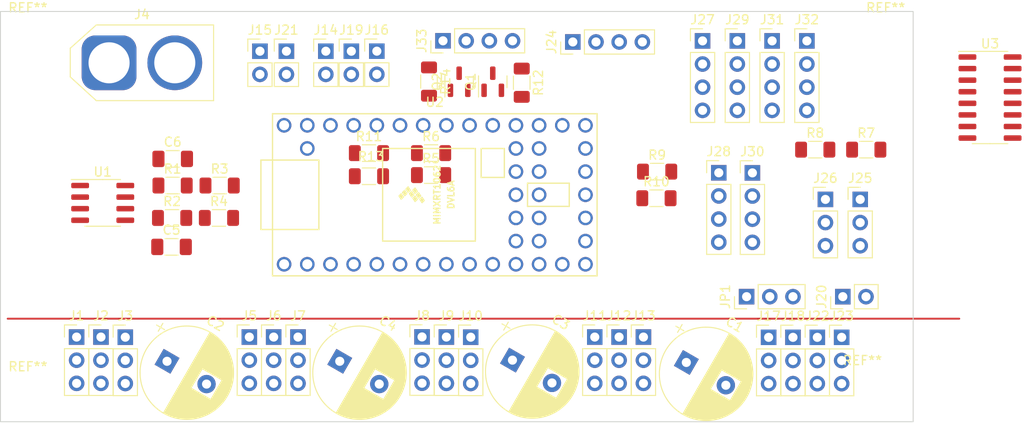
<source format=kicad_pcb>
(kicad_pcb (version 20211014) (generator pcbnew)
  (layers (0 "F.Cu" signal) (31 "B.Cu" signal) (34 "B.Paste" user) (35 "F.Paste" user) (36 "B.SilkS" user "B.Silkscreen") (37 "F.SilkS" user "F.Silkscreen") (38 "B.Mask" user) (39 "F.Mask" user) (44 "Edge.Cuts" user))
  (net 0 "")
  (net 1 "+BATT")
  (net 2 "M1")
  (net 3 "GND")
  (net 4 "M2")
  (net 5 "M3")
  (net 6 "M4")
  (net 7 "M5")
  (net 8 "M6")
  (net 9 "M7")
  (net 10 "M8")
  (net 11 "M9")
  (net 12 "M10")
  (net 13 "M11")
  (net 14 "M12")
  (net 15 "+5V")
  (net 16 "+AUX")
  (net 17 "AUX_M1")
  (net 18 "+3V3")
  (net 19 "SDA1")
  (net 20 "SDL1")
  (net 21 "Net-(J25-Pad2)")
  (net 22 "Net-(J26-Pad2)")
  (net 23 "Net-(J27-Pad2)")
  (net 24 "SW1")
  (net 25 "Net-(J29-Pad2)")
  (net 26 "SW2")
  (net 27 "Net-(J31-Pad2)")
  (net 28 "SW3")
  (net 29 "Net-(J32-Pad2)")
  (net 30 "SW4")
  (net 31 "Net-(J33-Pad2)")
  (net 32 "Net-(J33-Pad3)")
  (net 33 "RX")
  (net 34 "TX")
  (net 35 "Net-(R2-Pad1)")
  (net 51 "Net-(C5-Pad1)")
  (net 52 "Net-(J17-Pad1)")
  (net 53 "AUX_M2")
  (net 54 "AUX_M3")
  (net 55 "AUX_M4")
  (net 56 "SDA0")
  (net 57 "Net-(J4-Pad1)")
  (net 58 "VSENSE")
  (net 59 "CSENSE")
  (net 60 "SCL0")
  (net 61 "NEO1")
  (net 62 "NEO2")
  (net 63 "OUT1")
  (net 64 "OUT2")
  (net 65 "OUT3")
  (net 66 "OUT4")
  (footprint "Connector_PinHeader_2.54mm:PinHeader_1x03_P2.54mm_Vertical" (layer "F.Cu") (at 156.21 82.804 90)
    (fp_text reference "JP1" (at 0 -2.33 90) (layer "F.SilkS"))
    (fp_text value "Jumper_3_Open" hide)
    (pad "1" thru_hole rect (at 0 0 90) (size 1.7 1.7) (drill 1) (layers *.Cu *.Mask) (net 1 "+BATT"))
    (pad "2" thru_hole oval (at 0 2.54 90) (size 1.7 1.7) (drill 1) (layers *.Cu *.Mask) (net 52 "Net-(J17-Pad1)"))
    (pad "3" thru_hole oval (at 0 5.08 90) (size 1.7 1.7) (drill 1) (layers *.Cu *.Mask) (net 16 "+AUX"))
  )
  (footprint "Package_SO:SOIC-16_3.9x9.9mm_P1.27mm" (layer "F.Cu") (at 182.88 60.96)
    (fp_text reference "U3" (at 0 -5.9) (layer "F.SilkS"))
    (fp_text value "ULN2003")
    (pad "1" smd roundrect (at -2.475 -4.445) (size 1.95 0.6) (layers "F.Cu" "F.Paste" "F.Mask") (net 63 "OUT1"))
    (pad "2" smd roundrect (at -2.475 -3.175) (size 1.95 0.6) (layers "F.Cu" "F.Paste" "F.Mask") (net 64 "OUT2"))
    (pad "3" smd roundrect (at -2.475 -1.905) (size 1.95 0.6) (layers "F.Cu" "F.Paste" "F.Mask") (net 65 "OUT3"))
    (pad "4" smd roundrect (at -2.475 -0.635) (size 1.95 0.6) (layers "F.Cu" "F.Paste" "F.Mask") (net 66 "OUT4"))
    (pad "5" smd roundrect (at -2.475 0.635) (size 1.95 0.6) (layers "F.Cu" "F.Paste" "F.Mask") (net 3 "GND"))
    (pad "6" smd roundrect (at -2.475 1.905) (size 1.95 0.6) (layers "F.Cu" "F.Paste" "F.Mask") (net 3 "GND"))
    (pad "7" smd roundrect (at -2.475 3.175) (size 1.95 0.6) (layers "F.Cu" "F.Paste" "F.Mask") (net 3 "GND"))
    (pad "8" smd roundrect (at -2.475 4.445) (size 1.95 0.6) (layers "F.Cu" "F.Paste" "F.Mask") (net 3 "GND"))
    (pad "9" smd roundrect (at 2.475 4.445) (size 1.95 0.6) (layers "F.Cu" "F.Paste" "F.Mask"))
    (pad "10" smd roundrect (at 2.475 3.175) (size 1.95 0.6) (layers "F.Cu" "F.Paste" "F.Mask"))
    (pad "11" smd roundrect (at 2.475 1.905) (size 1.95 0.6) (layers "F.Cu" "F.Paste" "F.Mask"))
    (pad "12" smd roundrect (at 2.475 0.635) (size 1.95 0.6) (layers "F.Cu" "F.Paste" "F.Mask"))
    (pad "13" smd roundrect (at 2.475 -0.635) (size 1.95 0.6) (layers "F.Cu" "F.Paste" "F.Mask") (net 29 "Net-(J32-Pad2)"))
    (pad "14" smd roundrect (at 2.475 -1.905) (size 1.95 0.6) (layers "F.Cu" "F.Paste" "F.Mask") (net 27 "Net-(J31-Pad2)"))
    (pad "15" smd roundrect (at 2.475 -3.175) (size 1.95 0.6) (layers "F.Cu" "F.Paste" "F.Mask") (net 25 "Net-(J29-Pad2)"))
    (pad "16" smd roundrect (at 2.475 -4.445) (size 1.95 0.6) (layers "F.Cu" "F.Paste" "F.Mask") (net 23 "Net-(J27-Pad2)"))
  )
  (footprint "Package_SO:SOIC-8_3.9x4.9mm_P1.27mm" (layer "F.Cu") (at 85.663 72.517)
    (fp_text reference "U1" (at 0 -3.4) (layer "F.SilkS"))
    (fp_text value "ACS712xLCTR-20A" hide)
    (pad "1" smd roundrect (at -2.475 -1.905) (size 1.95 0.6) (layers "F.Cu" "F.Paste" "F.Mask") (net 57 "Net-(J4-Pad1)"))
    (pad "2" smd roundrect (at -2.475 -0.635) (size 1.95 0.6) (layers "F.Cu" "F.Paste" "F.Mask") (net 57 "Net-(J4-Pad1)"))
    (pad "3" smd roundrect (at -2.475 0.635) (size 1.95 0.6) (layers "F.Cu" "F.Paste" "F.Mask") (net 1 "+BATT"))
    (pad "4" smd roundrect (at -2.475 1.905) (size 1.95 0.6) (layers "F.Cu" "F.Paste" "F.Mask") (net 1 "+BATT"))
    (pad "5" smd roundrect (at 2.475 1.905) (size 1.95 0.6) (layers "F.Cu" "F.Paste" "F.Mask") (net 3 "GND"))
    (pad "6" smd roundrect (at 2.475 0.635) (size 1.95 0.6) (layers "F.Cu" "F.Paste" "F.Mask") (net 51 "Net-(C5-Pad1)"))
    (pad "7" smd roundrect (at 2.475 -0.635) (size 1.95 0.6) (layers "F.Cu" "F.Paste" "F.Mask") (net 35 "Net-(R2-Pad1)"))
    (pad "8" smd roundrect (at 2.475 -1.905) (size 1.95 0.6) (layers "F.Cu" "F.Paste" "F.Mask") (net 15 "+5V"))
  )
  (footprint "Connector_PinHeader_2.54mm:PinHeader_1x04_P2.54mm_Vertical" (layer "F.Cu") (at 155.194 54.747)
    (fp_text reference "J29" (at 0 -2.33) (layer "F.SilkS"))
    (fp_text value "Conn_01x04" hide)
    (pad "1" thru_hole rect (at 0 0) (size 1.7 1.7) (drill 1) (layers *.Cu *.Mask) (net 18 "+3V3"))
    (pad "2" thru_hole oval (at 0 2.54) (size 1.7 1.7) (drill 1) (layers *.Cu *.Mask) (net 25 "Net-(J29-Pad2)"))
    (pad "3" thru_hole oval (at 0 5.08) (size 1.7 1.7) (drill 1) (layers *.Cu *.Mask) (net 26 "SW2"))
    (pad "4" thru_hole oval (at 0 7.62) (size 1.7 1.7) (drill 1) (layers *.Cu *.Mask) (net 3 "GND"))
  )
  (footprint "Connector_AMASS:AMASS_XT60-F_1x02_P7.20mm_Vertical" (layer "F.Cu") (at 86.36 57.15)
    (fp_text reference "J4" (at 3.6 -5.3 180) (layer "F.SilkS"))
    (fp_text value "Conn_01x02" hide)
    (pad "1" thru_hole roundrect (at 0 0) (size 6 6) (drill 4.5) (layers *.Cu *.Mask) (net 57 "Net-(J4-Pad1)"))
    (pad "2" thru_hole circle (at 7.2 0) (size 6 6) (drill 4.5) (layers *.Cu *.Mask) (net 3 "GND"))
  )
  (footprint "Connector_PinHeader_2.54mm:PinHeader_1x03_P2.54mm_Vertical" (layer "F.Cu") (at 123.317 87.234)
    (fp_text reference "J9" (at 0 -2.33) (layer "F.SilkS"))
    (fp_text value "Conn_01x03" hide)
    (pad "1" thru_hole rect (at 0 0) (size 1.7 1.7) (drill 1) (layers *.Cu *.Mask) (net 10 "M8"))
    (pad "2" thru_hole oval (at 0 2.54) (size 1.7 1.7) (drill 1) (layers *.Cu *.Mask) (net 1 "+BATT"))
    (pad "3" thru_hole oval (at 0 5.08) (size 1.7 1.7) (drill 1) (layers *.Cu *.Mask) (net 3 "GND"))
  )
  (footprint "Connector_PinHeader_2.54mm:PinHeader_1x04_P2.54mm_Vertical" (layer "F.Cu") (at 122.946 54.737 90)
    (fp_text reference "J33" (at 0 -2.33 90) (layer "F.SilkS"))
    (fp_text value "Conn_01x04" hide)
    (pad "1" thru_hole rect (at 0 0 90) (size 1.7 1.7) (drill 1) (layers *.Cu *.Mask) (net 15 "+5V"))
    (pad "2" thru_hole oval (at 0 2.54 90) (size 1.7 1.7) (drill 1) (layers *.Cu *.Mask) (net 31 "Net-(J33-Pad2)"))
    (pad "3" thru_hole oval (at 0 5.08 90) (size 1.7 1.7) (drill 1) (layers *.Cu *.Mask) (net 32 "Net-(J33-Pad3)"))
    (pad "4" thru_hole oval (at 0 7.62 90) (size 1.7 1.7) (drill 1) (layers *.Cu *.Mask) (net 3 "GND"))
  )
  (footprint "Resistor_SMD:R_1206_3216Metric_Pad1.30x1.75mm_HandSolder" (layer "F.Cu") (at 131.572 59.335 -90)
    (fp_text reference "R12" (at 0 -1.82 90) (layer "F.SilkS"))
    (fp_text value "10k" hide)
    (pad "1" smd roundrect (at -1.55 0 270) (size 1.3 1.75) (layers "F.Cu" "F.Paste" "F.Mask") (roundrect_rratio 0.192308) (net 15 "+5V"))
    (pad "2" smd roundrect (at 1.55 0 270) (size 1.3 1.75) (layers "F.Cu" "F.Paste" "F.Mask") (roundrect_rratio 0.192308) (net 32 "Net-(J33-Pad3)"))
  )
  (footprint "MountingHole:MountingHole_2.5mm" (layer "F.Cu") (at 171.45 54.61)
    (fp_text reference "REF**" (at 0 -3.5) (layer "F.SilkS"))
    (fp_text value "MountingHole_2.5mm" hide)
    (pad "" np_thru_hole circle locked (at 0 0) (size 2.5 2.5) (drill 2.5) (layers *.Cu *.Mask))
  )
  (footprint "Connector_PinHeader_2.54mm:PinHeader_1x03_P2.54mm_Vertical" (layer "F.Cu") (at 163.957 87.264)
    (fp_text reference "J22" (at 0 -2.33) (layer "F.SilkS"))
    (fp_text value "Conn_01x03" hide)
    (pad "1" thru_hole rect (at 0 0) (size 1.7 1.7) (drill 1) (layers *.Cu *.Mask) (net 52 "Net-(J17-Pad1)"))
    (pad "2" thru_hole oval (at 0 2.54) (size 1.7 1.7) (drill 1) (layers *.Cu *.Mask) (net 54 "AUX_M3"))
    (pad "3" thru_hole oval (at 0 5.08) (size 1.7 1.7) (drill 1) (layers *.Cu *.Mask) (net 3 "GND"))
  )
  (footprint "Connector_PinHeader_2.54mm:PinHeader_1x03_P2.54mm_Vertical" (layer "F.Cu") (at 107.061 87.234)
    (fp_text reference "J7" (at 0 -2.33) (layer "F.SilkS"))
    (fp_text value "Conn_01x03" hide)
    (pad "1" thru_hole rect (at 0 0) (size 1.7 1.7) (drill 1) (layers *.Cu *.Mask) (net 8 "M6"))
    (pad "2" thru_hole oval (at 0 2.54) (size 1.7 1.7) (drill 1) (layers *.Cu *.Mask) (net 1 "+BATT"))
    (pad "3" thru_hole oval (at 0 5.08) (size 1.7 1.7) (drill 1) (layers *.Cu *.Mask) (net 3 "GND"))
  )
  (footprint "Resistor_SMD:R_1206_3216Metric_Pad1.30x1.75mm_HandSolder" (layer "F.Cu") (at 146.33 72.009)
    (fp_text reference "R10" (at 0 -1.82) (layer "F.SilkS"))
    (fp_text value "10k" hide)
    (pad "1" smd roundrect (at -1.55 0) (size 1.3 1.75) (layers "F.Cu" "F.Paste" "F.Mask") (roundrect_rratio 0.192308) (net 18 "+3V3"))
    (pad "2" smd roundrect (at 1.55 0) (size 1.3 1.75) (layers "F.Cu" "F.Paste" "F.Mask") (roundrect_rratio 0.192308) (net 20 "SDL1"))
  )
  (footprint "MountingHole:MountingHole_2.5mm" (layer "F.Cu") (at 171.45 93.98)
    (fp_text reference "REF**" (at -2.54 -4.17702) (layer "F.SilkS"))
    (fp_text value "MountingHole_2.5mm" hide)
    (pad "" np_thru_hole circle locked (at 0 0) (size 2.5 2.5) (drill 2.5) (layers *.Cu *.Mask))
  )
  (footprint "Capacitor_THT:CP_Radial_D10.0mm_P5.00mm" (layer "F.Cu") (at 92.71 89.89283 -30)
    (fp_text reference "C2" (at 2.5 -6.25 150) (layer "F.SilkS"))
    (fp_text value "2200uF" hide)
    (pad "1" thru_hole rect (at 0 0 330) (size 2 2) (drill 1) (layers *.Cu *.Mask) (net 1 "+BATT"))
    (pad "2" thru_hole circle (at 5 0 330) (size 2 2) (drill 1) (layers *.Cu *.Mask) (net 3 "GND"))
  )
  (footprint "Connector_PinHeader_2.54mm:PinHeader_1x02_P2.54mm_Vertical" (layer "F.Cu") (at 102.89 55.88)
    (fp_text reference "J15" (at 0 -2.33) (layer "F.SilkS"))
    (fp_text value "Conn_01x02" hide)
    (pad "1" thru_hole rect (at 0 0) (size 1.7 1.7) (drill 1) (layers *.Cu *.Mask) (net 1 "+BATT"))
    (pad "2" thru_hole oval (at 0 2.54) (size 1.7 1.7) (drill 1) (layers *.Cu *.Mask) (net 3 "GND"))
  )
  (footprint "Connector_PinHeader_2.54mm:PinHeader_1x02_P2.54mm_Vertical" (layer "F.Cu") (at 115.697 55.875)
    (fp_text reference "J16" (at 0 -2.33) (layer "F.SilkS"))
    (fp_text value "Conn_01x02" hide)
    (pad "1" thru_hole rect (at 0 0) (size 1.7 1.7) (drill 1) (layers *.Cu *.Mask) (net 15 "+5V"))
    (pad "2" thru_hole oval (at 0 2.54) (size 1.7 1.7) (drill 1) (layers *.Cu *.Mask) (net 3 "GND"))
  )
  (footprint "Resistor_SMD:R_1206_3216Metric_Pad1.30x1.75mm_HandSolder" (layer "F.Cu") (at 121.64 67.056)
    (fp_text reference "R6" (at 0 -1.82) (layer "F.SilkS"))
    (fp_text value "10k" hide)
    (pad "1" smd roundrect (at -1.55 0) (size 1.3 1.75) (layers "F.Cu" "F.Paste" "F.Mask") (roundrect_rratio 0.192308) (net 18 "+3V3"))
    (pad "2" smd roundrect (at 1.55 0) (size 1.3 1.75) (layers "F.Cu" "F.Paste" "F.Mask") (roundrect_rratio 0.192308) (net 56 "SDA0"))
  )
  (footprint "Resistor_SMD:R_1206_3216Metric_Pad1.30x1.75mm_HandSolder" (layer "F.Cu") (at 146.405 69.088)
    (fp_text reference "R9" (at 0 -1.82) (layer "F.SilkS"))
    (fp_text value "10k" hide)
    (pad "1" smd roundrect (at -1.55 0) (size 1.3 1.75) (layers "F.Cu" "F.Paste" "F.Mask") (roundrect_rratio 0.192308) (net 18 "+3V3"))
    (pad "2" smd roundrect (at 1.55 0) (size 1.3 1.75) (layers "F.Cu" "F.Paste" "F.Mask") (roundrect_rratio 0.192308) (net 19 "SDA1"))
  )
  (footprint "Connector_PinHeader_2.54mm:PinHeader_1x04_P2.54mm_Vertical" (layer "F.Cu") (at 156.845 69.225)
    (fp_text reference "J30" (at 0 -2.33) (layer "F.SilkS"))
    (fp_text value "Conn_01x04" hide)
    (pad "1" thru_hole rect (at 0 0) (size 1.7 1.7) (drill 1) (layers *.Cu *.Mask) (net 18 "+3V3"))
    (pad "2" thru_hole oval (at 0 2.54) (size 1.7 1.7) (drill 1) (layers *.Cu *.Mask) (net 19 "SDA1"))
    (pad "3" thru_hole oval (at 0 5.08) (size 1.7 1.7) (drill 1) (layers *.Cu *.Mask) (net 20 "SDL1"))
    (pad "4" thru_hole oval (at 0 7.62) (size 1.7 1.7) (drill 1) (layers *.Cu *.Mask) (net 3 "GND"))
  )
  (footprint "Teensy:Teensy40" (layer "F.Cu") (at 122.047 71.628)
    (fp_text reference "U2" (at 0 -10.16) (layer "F.SilkS"))
    (fp_text value "Teensy4.0")
    (fp_text user "DVL6A" (at 1.778 0 90) (layer "F.SilkS") (effects (font (size 0.7 0.7))))
    (fp_text user "MIMXRT1062" (at 0.254 0 90) (layer "F.SilkS") (effects (font (size 0.7 0.7))))
    (pad "1" thru_hole circle locked (at -16.51 7.62) (size 1.6 1.6) (drill 1.1) (layers *.Cu *.Mask) (net 3 "GND"))
    (pad "2" thru_hole circle locked (at -13.97 7.62) (size 1.6 1.6) (drill 1.1) (layers *.Cu *.Mask) (net 2 "M1"))
    (pad "3" thru_hole circle locked (at -11.43 7.62) (size 1.6 1.6) (drill 1.1) (layers *.Cu *.Mask) (net 4 "M2"))
    (pad "4" thru_hole circle locked (at -8.89 7.62) (size 1.6 1.6) (drill 1.1) (layers *.Cu *.Mask) (net 5 "M3"))
    (pad "5" thru_hole circle locked (at -6.35 7.62) (size 1.6 1.6) (drill 1.1) (layers *.Cu *.Mask) (net 6 "M4"))
    (pad "6" thru_hole circle locked (at -3.81 7.62) (size 1.6 1.6) (drill 1.1) (layers *.Cu *.Mask) (net 7 "M5"))
    (pad "7" thru_hole circle locked (at -1.27 7.62) (size 1.6 1.6) (drill 1.1) (layers *.Cu *.Mask) (net 8 "M6"))
    (pad "8" thru_hole circle locked (at 1.27 7.62) (size 1.6 1.6) (drill 1.1) (layers *.Cu *.Mask) (net 9 "M7"))
    (pad "9" thru_hole circle locked (at 3.81 7.62) (size 1.6 1.6) (drill 1.1) (layers *.Cu *.Mask) (net 10 "M8"))
    (pad "10" thru_hole circle locked (at 6.35 7.62) (size 1.6 1.6) (drill 1.1) (layers *.Cu *.Mask) (net 11 "M9"))
    (pad "11" thru_hole circle locked (at 8.89 7.62) (size 1.6 1.6) (drill 1.1) (layers *.Cu *.Mask) (net 12 "M10"))
    (pad "12" thru_hole circle locked (at 11.43 7.62) (size 1.6 1.6) (drill 1.1) (layers *.Cu *.Mask) (net 13 "M11"))
    (pad "13" thru_hole circle locked (at 13.97 7.62) (size 1.6 1.6) (drill 1.1) (layers *.Cu *.Mask) (net 14 "M12"))
    (pad "14" thru_hole circle locked (at 16.51 7.62) (size 1.6 1.6) (drill 1.1) (layers *.Cu *.Mask) (net 17 "AUX_M1"))
    (pad "15" thru_hole circle locked (at 16.51 5.08) (size 1.6 1.6) (drill 1.1) (layers *.Cu *.Mask))
    (pad "16" thru_hole circle locked (at 16.51 2.54) (size 1.6 1.6) (drill 1.1) (layers *.Cu *.Mask))
    (pad "17" thru_hole circle locked (at 16.51 0) (size 1.6 1.6) (drill 1.1) (layers *.Cu *.Mask) (net 3 "GND"))
    (pad "18" thru_hole circle locked (at 16.51 -2.54) (size 1.6 1.6) (drill 1.1) (layers *.Cu *.Mask))
    (pad "19" thru_hole circle locked (at 16.51 -5.08) (size 1.6 1.6) (drill 1.1) (layers *.Cu *.Mask))
    (pad "20" thru_hole circle locked (at 16.51 -7.62) (size 1.6 1.6) (drill 1.1) (layers *.Cu *.Mask))
    (pad "21" thru_hole circle locked (at 13.97 -7.62) (size 1.6 1.6) (drill 1.1) (layers *.Cu *.Mask))
    (pad "22" thru_hole circle locked (at 11.43 -7.62) (size 1.6 1.6) (drill 1.1) (layers *.Cu *.Mask))
    (pad "23" thru_hole circle locked (at 8.89 -7.62) (size 1.6 1.6) (drill 1.1) (layers *.Cu *.Mask))
    (pad "24" thru_hole circle locked (at 6.35 -7.62) (size 1.6 1.6) (drill 1.1) (layers *.Cu *.Mask))
    (pad "25" thru_hole circle locked (at 3.81 -7.62) (size 1.6 1.6) (drill 1.1) (layers *.Cu *.Mask) (net 56 "SDA0"))
    (pad "26" thru_hole circle locked (at 1.27 -7.62) (size 1.6 1.6) (drill 1.1) (layers *.Cu *.Mask) (net 60 "SCL0"))
    (pad "27" thru_hole circle locked (at -1.27 -7.62) (size 1.6 1.6) (drill 1.1) (layers *.Cu *.Mask) (net 34 "TX"))
    (pad "28" thru_hole circle locked (at -3.81 -7.62) (size 1.6 1.6) (drill 1.1) (layers *.Cu *.Mask) (net 33 "RX"))
    (pad "29" thru_hole circle locked (at -6.35 -7.62) (size 1.6 1.6) (drill 1.1) (layers *.Cu *.Mask) (net 59 "CSENSE"))
    (pad "30" thru_hole circle locked (at -8.89 -7.62) (size 1.6 1.6) (drill 1.1) (layers *.Cu *.Mask) (net 58 "VSENSE"))
    (pad "31" thru_hole circle locked (at -11.43 -7.62) (size 1.6 1.6) (drill 1.1) (layers *.Cu *.Mask) (net 18 "+3V3"))
    (pad "32" thru_hole circle locked (at -13.97 -7.62) (size 1.6 1.6) (drill 1.1) (layers *.Cu *.Mask) (net 3 "GND"))
    (pad "33" thru_hole circle locked (at -16.51 -7.62) (size 1.6 1.6) (drill 1.1) (layers *.Cu *.Mask) (net 15 "+5V"))
    (pad "34" thru_hole circle locked (at -13.97 -5.08) (size 1.6 1.6) (drill 1.1) (layers *.Cu *.Mask))
    (pad "35" thru_hole circle locked (at 11.43 -5.08) (size 1.6 1.6) (drill 1.1) (layers *.Cu *.Mask))
    (pad "36" thru_hole circle locked (at 8.89 -5.08) (size 1.6 1.6) (drill 1.1) (layers *.Cu *.Mask))
    (pad "37" thru_hole circle locked (at 11.43 -2.54) (size 1.6 1.6) (drill 1.1) (layers *.Cu *.Mask) (net 62 "NEO2"))
    (pad "38" thru_hole circle locked (at 8.89 -2.54) (size 1.6 1.6) (drill 1.1) (layers *.Cu *.Mask) (net 61 "NEO1"))
    (pad "39" thru_hole circle locked (at 11.43 0) (size 1.6 1.6) (drill 1.1) (layers *.Cu *.Mask) (net 55 "AUX_M4"))
    (pad "40" thru_hole circle locked (at 8.89 0) (size 1.6 1.6) (drill 1.1) (layers *.Cu *.Mask) (net 54 "AUX_M3"))
    (pad "41" thru_hole circle locked (at 11.43 2.54) (size 1.6 1.6) (drill 1.1) (layers *.Cu *.Mask))
    (pad "42" thru_hole circle locked (at 8.89 2.54) (size 1.6 1.6) (drill 1.1) (layers *.Cu *.Mask))
    (pad "43" thru_hole circle locked (at 11.43 5.08) (size 1.6 1.6) (drill 1.1) (layers *.Cu *.Mask))
    (pad "44" thru_hole circle locked (at 8.89 5.08) (size 1.6 1.6) (drill 1.1) (layers *.Cu *.Mask) (net 53 "AUX_M2"))
  )
  (footprint "Connector_PinHeader_2.54mm:PinHeader_1x04_P2.54mm_Vertical" (layer "F.Cu") (at 159.004 54.747)
    (fp_text reference "J31" (at 0 -2.33) (layer "F.SilkS"))
    (fp_text value "Conn_01x04" hide)
    (pad "1" thru_hole rect (at 0 0) (size 1.7 1.7) (drill 1) (layers *.Cu *.Mask) (net 18 "+3V3"))
    (pad "2" thru_hole oval (at 0 2.54) (size 1.7 1.7) (drill 1) (layers *.Cu *.Mask) (net 27 "Net-(J31-Pad2)"))
    (pad "3" thru_hole oval (at 0 5.08) (size 1.7 1.7) (drill 1) (layers *.Cu *.Mask) (net 28 "SW3"))
    (pad "4" thru_hole oval (at 0 7.62) (size 1.7 1.7) (drill 1) (layers *.Cu *.Mask) (net 3 "GND"))
  )
  (footprint "Connector_PinHeader_2.54mm:PinHeader_1x03_P2.54mm_Vertical" (layer "F.Cu") (at 104.394 87.234)
    (fp_text reference "J6" (at 0 -2.33) (layer "F.SilkS"))
    (fp_text value "Conn_01x03" hide)
    (pad "1" thru_hole rect (at 0 0) (size 1.7 1.7) (drill 1) (layers *.Cu *.Mask) (net 7 "M5"))
    (pad "2" thru_hole oval (at 0 2.54) (size 1.7 1.7) (drill 1) (layers *.Cu *.Mask) (net 1 "+BATT"))
    (pad "3" thru_hole oval (at 0 5.08) (size 1.7 1.7) (drill 1) (layers *.Cu *.Mask) (net 3 "GND"))
  )
  (footprint "Connector_PinHeader_2.54mm:PinHeader_1x02_P2.54mm_Vertical" (layer "F.Cu") (at 105.791 55.88)
    (fp_text reference "J21" (at 0 -2.33) (layer "F.SilkS"))
    (fp_text value "Conn_01x02" hide)
    (pad "1" thru_hole rect (at 0 0) (size 1.7 1.7) (drill 1) (layers *.Cu *.Mask) (net 1 "+BATT"))
    (pad "2" thru_hole oval (at 0 2.54) (size 1.7 1.7) (drill 1) (layers *.Cu *.Mask) (net 3 "GND"))
  )
  (footprint "Capacitor_SMD:C_1206_3216Metric_Pad1.33x1.80mm_HandSolder" (layer "F.Cu") (at 93.3315 67.691)
    (fp_text reference "C6" (at 0 -1.85) (layer "F.SilkS"))
    (fp_text value "100nF")
    (pad "1" smd roundrect (at -1.5625 0) (size 1.325 1.8) (layers "F.Cu" "F.Paste" "F.Mask") (roundrect_rratio 0.188679) (net 15 "+5V"))
    (pad "2" smd roundrect (at 1.5625 0) (size 1.325 1.8) (layers "F.Cu" "F.Paste" "F.Mask") (roundrect_rratio 0.188679) (net 3 "GND"))
  )
  (footprint "Connector_PinHeader_2.54mm:PinHeader_1x03_P2.54mm_Vertical" (layer "F.Cu") (at 161.29 87.264)
    (fp_text reference "J18" (at 0 -2.33) (layer "F.SilkS"))
    (fp_text value "Conn_01x03" hide)
    (pad "1" thru_hole rect (at 0 0) (size 1.7 1.7) (drill 1) (layers *.Cu *.Mask) (net 52 "Net-(J17-Pad1)"))
    (pad "2" thru_hole oval (at 0 2.54) (size 1.7 1.7) (drill 1) (layers *.Cu *.Mask) (net 53 "AUX_M2"))
    (pad "3" thru_hole oval (at 0 5.08) (size 1.7 1.7) (drill 1) (layers *.Cu *.Mask) (net 3 "GND"))
  )
  (footprint "Connector_PinHeader_2.54mm:PinHeader_1x02_P2.54mm_Vertical" (layer "F.Cu") (at 112.903 55.88)
    (fp_text reference "J19" (at 0 -2.33) (layer "F.SilkS"))
    (fp_text value "Conn_01x02" hide)
    (pad "1" thru_hole rect (at 0 0) (size 1.7 1.7) (drill 1) (layers *.Cu *.Mask) (net 15 "+5V"))
    (pad "2" thru_hole oval (at 0 2.54) (size 1.7 1.7) (drill 1) (layers *.Cu *.Mask) (net 3 "GND"))
  )
  (footprint "Connector_PinHeader_2.54mm:PinHeader_1x03_P2.54mm_Vertical" (layer "F.Cu") (at 164.846 72.136)
    (fp_text reference "J26" (at 0 -2.33) (layer "F.SilkS"))
    (fp_text value "Conn_01x03" hide)
    (pad "1" thru_hole rect (at 0 0) (size 1.7 1.7) (drill 1) (layers *.Cu *.Mask) (net 15 "+5V"))
    (pad "2" thru_hole oval (at 0 2.54) (size 1.7 1.7) (drill 1) (layers *.Cu *.Mask) (net 22 "Net-(J26-Pad2)"))
    (pad "3" thru_hole oval (at 0 5.08) (size 1.7 1.7) (drill 1) (layers *.Cu *.Mask) (net 3 "GND"))
  )
  (footprint "Capacitor_THT:CP_Radial_D10.0mm_P5.00mm" (layer "F.Cu") (at 149.606 90.01983 -30)
    (fp_text reference "C1" (at 2.5 -6.25 150) (layer "F.SilkS"))
    (fp_text value "2200uF" hide)
    (pad "1" thru_hole rect (at 0 0 330) (size 2 2) (drill 1) (layers *.Cu *.Mask) (net 1 "+BATT"))
    (pad "2" thru_hole circle (at 5 0 330) (size 2 2) (drill 1) (layers *.Cu *.Mask) (net 3 "GND"))
  )
  (footprint "Resistor_SMD:R_1206_3216Metric_Pad1.30x1.75mm_HandSolder" (layer "F.Cu") (at 163.729 66.675)
    (fp_text reference "R8" (at 0 -1.82) (layer "F.SilkS"))
    (fp_text value "500")
    (pad "1" smd roundrect (at -1.55 0) (size 1.3 1.75) (layers "F.Cu" "F.Paste" "F.Mask") (roundrect_rratio 0.192308) (net 22 "Net-(J26-Pad2)"))
    (pad "2" smd roundrect (at 1.55 0) (size 1.3 1.75) (layers "F.Cu" "F.Paste" "F.Mask") (roundrect_rratio 0.192308) (net 62 "NEO2"))
  )
  (footprint "Resistor_SMD:R_1206_3216Metric_Pad1.30x1.75mm_HandSolder" (layer "F.Cu") (at 98.399 74.168)
    (fp_text reference "R4" (at 0 -1.82) (layer "F.SilkS"))
    (fp_text value "20k")
    (pad "1" smd roundrect (at -1.55 0) (size 1.3 1.75) (layers "F.Cu" "F.Paste" "F.Mask") (roundrect_rratio 0.192308) (net 59 "CSENSE"))
    (pad "2" smd roundrect (at 1.55 0) (size 1.3 1.75) (layers "F.Cu" "F.Paste" "F.Mask") (roundrect_rratio 0.192308) (net 3 "GND"))
  )
  (footprint "Connector_PinHeader_2.54mm:PinHeader_1x03_P2.54mm_Vertical" (layer "F.Cu") (at 85.471 87.234)
    (fp_text reference "J2" (at 0 -2.33) (layer "F.SilkS"))
    (fp_text value "Conn_01x03" hide)
    (pad "1" thru_hole rect (at 0 0) (size 1.7 1.7) (drill 1) (layers *.Cu *.Mask) (net 4 "M2"))
    (pad "2" thru_hole oval (at 0 2.54) (size 1.7 1.7) (drill 1) (layers *.Cu *.Mask) (net 1 "+BATT"))
    (pad "3" thru_hole oval (at 0 5.08) (size 1.7 1.7) (drill 1) (layers *.Cu *.Mask) (net 3 "GND"))
  )
  (footprint "Resistor_SMD:R_1206_3216Metric_Pad1.30x1.75mm_HandSolder" (layer "F.Cu") (at 121.412 59.208 -90)
    (fp_text reference "R14" (at 0 -1.82 90) (layer "F.SilkS"))
    (fp_text value "10k" hide)
    (pad "1" smd roundrect (at -1.55 0 270) (size 1.3 1.75) (layers "F.Cu" "F.Paste" "F.Mask") (roundrect_rratio 0.192308) (net 15 "+5V"))
    (pad "2" smd roundrect (at 1.55 0 270) (size 1.3 1.75) (layers "F.Cu" "F.Paste" "F.Mask") (roundrect_rratio 0.192308) (net 31 "Net-(J33-Pad2)"))
  )
  (footprint "Resistor_SMD:R_1206_3216Metric_Pad1.30x1.75mm_HandSolder" (layer "F.Cu") (at 114.834 67.056)
    (fp_text reference "R11" (at 0 -1.82) (layer "F.SilkS"))
    (fp_text value "10k" hide)
    (pad "1" smd roundrect (at -1.55 0) (size 1.3 1.75) (layers "F.Cu" "F.Paste" "F.Mask") (roundrect_rratio 0.192308) (net 18 "+3V3"))
    (pad "2" smd roundrect (at 1.55 0) (size 1.3 1.75) (layers "F.Cu" "F.Paste" "F.Mask") (roundrect_rratio 0.192308) (net 33 "RX"))
  )
  (footprint "Connector_PinHeader_2.54mm:PinHeader_1x03_P2.54mm_Vertical" (layer "F.Cu") (at 142.24 87.234)
    (fp_text reference "J12" (at 0 -2.33) (layer "F.SilkS"))
    (fp_text value "Conn_01x03" hide)
    (pad "1" thru_hole rect (at 0 0) (size 1.7 1.7) (drill 1) (layers *.Cu *.Mask) (net 13 "M11"))
    (pad "2" thru_hole oval (at 0 2.54) (size 1.7 1.7) (drill 1) (layers *.Cu *.Mask) (net 1 "+BATT"))
    (pad "3" thru_hole oval (at 0 5.08) (size 1.7 1.7) (drill 1) (layers *.Cu *.Mask) (net 3 "GND"))
  )
  (footprint "Connector_PinHeader_2.54mm:PinHeader_1x02_P2.54mm_Vertical" (layer "F.Cu") (at 110.109 55.88)
    (fp_text reference "J14" (at 0 -2.33) (layer "F.SilkS"))
    (fp_text value "Conn_01x02" hide)
    (pad "1" thru_hole rect (at 0 0) (size 1.7 1.7) (drill 1) (layers *.Cu *.Mask) (net 15 "+5V"))
    (pad "2" thru_hole oval (at 0 2.54) (size 1.7 1.7) (drill 1) (layers *.Cu *.Mask) (net 3 "GND"))
  )
  (footprint "Connector_PinHeader_2.54mm:PinHeader_1x03_P2.54mm_Vertical" (layer "F.Cu") (at 101.727 87.234)
    (fp_text reference "J5" (at 0 -2.33) (layer "F.SilkS"))
    (fp_text value "Conn_01x03" hide)
    (pad "1" thru_hole rect (at 0 0) (size 1.7 1.7) (drill 1) (layers *.Cu *.Mask) (net 6 "M4"))
    (pad "2" thru_hole oval (at 0 2.54) (size 1.7 1.7) (drill 1) (layers *.Cu *.Mask) (net 1 "+BATT"))
    (pad "3" thru_hole oval (at 0 5.08) (size 1.7 1.7) (drill 1) (layers *.Cu *.Mask) (net 3 "GND"))
  )
  (footprint "Connector_PinHeader_2.54mm:PinHeader_1x03_P2.54mm_Vertical" (layer "F.Cu") (at 168.656 72.136)
    (fp_text reference "J25" (at 0 -2.33) (layer "F.SilkS"))
    (fp_text value "Conn_01x03" hide)
    (pad "1" thru_hole rect (at 0 0) (size 1.7 1.7) (drill 1) (layers *.Cu *.Mask) (net 15 "+5V"))
    (pad "2" thru_hole oval (at 0 2.54) (size 1.7 1.7) (drill 1) (layers *.Cu *.Mask) (net 21 "Net-(J25-Pad2)"))
    (pad "3" thru_hole oval (at 0 5.08) (size 1.7 1.7) (drill 1) (layers *.Cu *.Mask) (net 3 "GND"))
  )
  (footprint "Connector_PinHeader_2.54mm:PinHeader_1x03_P2.54mm_Vertical" (layer "F.Cu") (at 125.984 87.249)
    (fp_text reference "J10" (at 0 -2.33) (layer "F.SilkS"))
    (fp_text value "Conn_01x03" hide)
    (pad "1" thru_hole rect (at 0 0) (size 1.7 1.7) (drill 1) (layers *.Cu *.Mask) (net 11 "M9"))
    (pad "2" thru_hole oval (at 0 2.54) (size 1.7 1.7) (drill 1) (layers *.Cu *.Mask) (net 1 "+BATT"))
    (pad "3" thru_hole oval (at 0 5.08) (size 1.7 1.7) (drill 1) (layers *.Cu *.Mask) (net 3 "GND"))
  )
  (footprint "Package_TO_SOT_SMD:SOT-23" (layer "F.Cu") (at 124.714 59.2305 90)
    (fp_text reference "Q2" (at 0 -2.4 90) (layer "F.SilkS"))
    (fp_text value "BSS138" hide)
    (pad "1" smd roundrect (at -0.9375 -0.95 90) (size 1.475 0.6) (layers "F.Cu" "F.Paste" "F.Mask") (net 18 "+3V3"))
    (pad "2" smd roundrect (at -0.9375 0.95 90) (size 1.475 0.6) (layers "F.Cu" "F.Paste" "F.Mask") (net 34 "TX"))
    (pad "3" smd roundrect (at 0.9375 0 90) (size 1.475 0.6) (layers "F.Cu" "F.Paste" "F.Mask") (net 31 "Net-(J33-Pad2)"))
  )
  (footprint "Resistor_SMD:R_1206_3216Metric_Pad1.30x1.75mm_HandSolder" (layer "F.Cu") (at 93.267 74.168)
    (fp_text reference "R2" (at 0 -1.82) (layer "F.SilkS"))
    (fp_text value "10k")
    (pad "1" smd roundrect (at -1.55 0) (size 1.3 1.75) (layers "F.Cu" "F.Paste" "F.Mask") (roundrect_rratio 0.192308) (net 35 "Net-(R2-Pad1)"))
    (pad "2" smd roundrect (at 1.55 0) (size 1.3 1.75) (layers "F.Cu" "F.Paste" "F.Mask") (roundrect_rratio 0.192308) (net 59 "CSENSE"))
  )
  (footprint "Resistor_SMD:R_1206_3216Metric_Pad1.30x1.75mm_HandSolder" (layer "F.Cu") (at 114.834 69.596)
    (fp_text reference "R13" (at 0.228 -2.159) (layer "F.SilkS"))
    (fp_text value "10k" hide)
    (pad "1" smd roundrect (at -1.55 0) (size 1.3 1.75) (layers "F.Cu" "F.Paste" "F.Mask") (roundrect_rratio 0.192308) (net 18 "+3V3"))
    (pad "2" smd roundrect (at 1.55 0) (size 1.3 1.75) (layers "F.Cu" "F.Paste" "F.Mask") (roundrect_rratio 0.192308) (net 34 "TX"))
  )
  (footprint "Capacitor_SMD:C_1206_3216Metric_Pad1.33x1.80mm_HandSolder" (layer "F.Cu") (at 93.2045 77.343)
    (fp_text reference "C5" (at 0 -1.85) (layer "F.SilkS"))
    (fp_text value "1nF")
    (pad "1" smd roundrect (at -1.5625 0) (size 1.325 1.8) (layers "F.Cu" "F.Paste" "F.Mask") (roundrect_rratio 0.188679) (net 51 "Net-(C5-Pad1)"))
    (pad "2" smd roundrect (at 1.5625 0) (size 1.325 1.8) (layers "F.Cu" "F.Paste" "F.Mask") (roundrect_rratio 0.188679) (net 3 "GND"))
  )
  (footprint "Connector_PinHeader_2.54mm:PinHeader_1x04_P2.54mm_Vertical" (layer "F.Cu") (at 151.384 54.747)
    (fp_text reference "J27" (at 0 -2.33) (layer "F.SilkS"))
    (fp_text value "Conn_01x04" hide)
    (pad "1" thru_hole rect (at 0 0) (size 1.7 1.7) (drill 1) (layers *.Cu *.Mask) (net 18 "+3V3"))
    (pad "2" thru_hole oval (at 0 2.54) (size 1.7 1.7) (drill 1) (layers *.Cu *.Mask) (net 23 "Net-(J27-Pad2)"))
    (pad "3" thru_hole oval (at 0 5.08) (size 1.7 1.7) (drill 1) (layers *.Cu *.Mask) (net 24 "SW1"))
    (pad "4" thru_hole oval (at 0 7.62) (size 1.7 1.7) (drill 1) (layers *.Cu *.Mask) (net 3 "GND"))
  )
  (footprint "Resistor_SMD:R_1206_3216Metric_Pad1.30x1.75mm_HandSolder" (layer "F.Cu") (at 93.319 70.612)
    (fp_text reference "R1" (at 0 -1.82) (layer "F.SilkS"))
    (fp_text value "10k")
    (pad "1" smd roundrect (at -1.55 0) (size 1.3 1.75) (layers "F.Cu" "F.Paste" "F.Mask") (roundrect_rratio 0.192308) (net 15 "+5V"))
    (pad "2" smd roundrect (at 1.55 0) (size 1.3 1.75) (layers "F.Cu" "F.Paste" "F.Mask") (roundrect_rratio 0.192308) (net 58 "VSENSE"))
  )
  (footprint "Connector_PinHeader_2.54mm:PinHeader_1x04_P2.54mm_Vertical" (layer "F.Cu") (at 137.17 54.864 90)
    (fp_text reference "J24" (at 0 -2.33 90) (layer "F.SilkS"))
    (fp_text value "Conn_01x04" hide)
    (pad "1" thru_hole rect (at 0 0 90) (size 1.7 1.7) (drill 1) (layers *.Cu *.Mask) (net 18 "+3V3"))
    (pad "2" thru_hole oval (at 0 2.54 90) (size 1.7 1.7) (drill 1) (layers *.Cu *.Mask) (net 60 "SCL0"))
    (pad "3" thru_hole oval (at 0 5.08 90) (size 1.7 1.7) (drill 1) (layers *.Cu *.Mask) (net 56 "SDA0"))
    (pad "4" thru_hole oval (at 0 7.62 90) (size 1.7 1.7) (drill 1) (layers *.Cu *.Mask) (net 3 "GND"))
  )
  (footprint "Connector_PinHeader_2.54mm:PinHeader_1x04_P2.54mm_Vertical" (layer "F.Cu") (at 162.814 54.747)
    (fp_text reference "J32" (at 0 -2.33) (layer "F.SilkS"))
    (fp_text value "Conn_01x04" hide)
    (pad "1" thru_hole rect (at 0 0) (size 1.7 1.7) (drill 1) (layers *.Cu *.Mask) (net 18 "+3V3"))
    (pad "2" thru_hole oval (at 0 2.54) (size 1.7 1.7) (drill 1) (layers *.Cu *.Mask) (net 29 "Net-(J32-Pad2)"))
    (pad "3" thru_hole oval (at 0 5.08) (size 1.7 1.7) (drill 1) (layers *.Cu *.Mask) (net 30 "SW4"))
    (pad "4" thru_hole oval (at 0 7.62) (size 1.7 1.7) (drill 1) (layers *.Cu *.Mask) (net 3 "GND"))
  )
  (footprint "Connector_PinHeader_2.54mm:PinHeader_1x03_P2.54mm_Vertical" (layer "F.Cu") (at 120.65 87.219)
    (fp_text reference "J8" (at 0 -2.33) (layer "F.SilkS"))
    (fp_text value "Conn_01x03" hide)
    (pad "1" thru_hole rect (at 0 0) (size 1.7 1.7) (drill 1) (layers *.Cu *.Mask) (net 9 "M7"))
    (pad "2" thru_hole oval (at 0 2.54) (size 1.7 1.7) (drill 1) (layers *.Cu *.Mask) (net 1 "+BATT"))
    (pad "3" thru_hole oval (at 0 5.08) (size 1.7 1.7) (drill 1) (layers *.Cu *.Mask) (net 3 "GND"))
  )
  (footprint "Connector_PinHeader_2.54mm:PinHeader_1x04_P2.54mm_Vertical" (layer "F.Cu") (at 153.162 69.215)
    (fp_text reference "J28" (at 0 -2.33) (layer "F.SilkS"))
    (fp_text value "Conn_01x04" hide)
    (pad "1" thru_hole rect (at 0 0) (size 1.7 1.7) (drill 1) (layers *.Cu *.Mask) (net 18 "+3V3"))
    (pad "2" thru_hole oval (at 0 2.54) (size 1.7 1.7) (drill 1) (layers *.Cu *.Mask) (net 19 "SDA1"))
    (pad "3" thru_hole oval (at 0 5.08) (size 1.7 1.7) (drill 1) (layers *.Cu *.Mask) (net 20 "SDL1"))
    (pad "4" thru_hole oval (at 0 7.62) (size 1.7 1.7) (drill 1) (layers *.Cu *.Mask) (net 3 "GND"))
  )
  (footprint "Resistor_SMD:R_1206_3216Metric_Pad1.30x1.75mm_HandSolder" (layer "F.Cu") (at 169.317 66.675)
    (fp_text reference "R7" (at 0 -1.82) (layer "F.SilkS"))
    (fp_text value "500")
    (pad "1" smd roundrect (at -1.55 0) (size 1.3 1.75) (layers "F.Cu" "F.Paste" "F.Mask") (roundrect_rratio 0.192308) (net 21 "Net-(J25-Pad2)"))
    (pad "2" smd roundrect (at 1.55 0) (size 1.3 1.75) (layers "F.Cu" "F.Paste" "F.Mask") (roundrect_rratio 0.192308) (net 61 "NEO1"))
  )
  (footprint "Connector_PinHeader_2.54mm:PinHeader_1x03_P2.54mm_Vertical" (layer "F.Cu") (at 82.804 87.234)
    (fp_text reference "J1" (at 0 -2.33) (layer "F.SilkS"))
    (fp_text value "Conn_01x03" hide)
    (pad "1" thru_hole rect (at 0 0) (size 1.7 1.7) (drill 1) (layers *.Cu *.Mask) (net 2 "M1"))
    (pad "2" thru_hole oval (at 0 2.54) (size 1.7 1.7) (drill 1) (layers *.Cu *.Mask) (net 1 "+BATT"))
    (pad "3" thru_hole oval (at 0 5.08) (size 1.7 1.7) (drill 1) (layers *.Cu *.Mask) (net 3 "GND"))
  )
  (footprint "Package_TO_SOT_SMD:SOT-23" (layer "F.Cu") (at 128.397 59.2305 90)
    (fp_text reference "Q1" (at 0 -2.4 90) (layer "F.SilkS"))
    (fp_text value "BSS138" hide)
    (pad "1" smd roundrect (at -0.9375 -0.95 90) (size 1.475 0.6) (layers "F.Cu" "F.Paste" "F.Mask") (net 18 "+3V3"))
    (pad "2" smd roundrect (at -0.9375 0.95 90) (size 1.475 0.6) (layers "F.Cu" "F.Paste" "F.Mask") (net 33 "RX"))
    (pad "3" smd roundrect (at 0.9375 0 90) (size 1.475 0.6) (layers "F.Cu" "F.Paste" "F.Mask") (net 32 "Net-(J33-Pad3)"))
  )
  (footprint "MountingHole:MountingHole_2.5mm" (layer "F.Cu") (at 77.47 54.61)
    (fp_text reference "REF**" (at 0 -3.5) (layer "F.SilkS"))
    (fp_text value "MountingHole_2.5mm" hide)
    (pad "" np_thru_hole circle locked (at 0 0) (size 2.5 2.5) (drill 2.5) (layers *.Cu *.Mask))
  )
  (footprint "Connector_PinHeader_2.54mm:PinHeader_1x03_P2.54mm_Vertical" (layer "F.Cu") (at 158.623 87.264)
    (fp_text reference "J17" (at 0 -2.33) (layer "F.SilkS"))
    (fp_text value "Conn_01x03" hide)
    (pad "1" thru_hole rect (at 0 0) (size 1.7 1.7) (drill 1) (layers *.Cu *.Mask) (net 52 "Net-(J17-Pad1)"))
    (pad "2" thru_hole oval (at 0 2.54) (size 1.7 1.7) (drill 1) (layers *.Cu *.Mask) (net 17 "AUX_M1"))
    (pad "3" thru_hole oval (at 0 5.08) (size 1.7 1.7) (drill 1) (layers *.Cu *.Mask) (net 3 "GND"))
  )
  (footprint "Resistor_SMD:R_1206_3216Metric_Pad1.30x1.75mm_HandSolder" (layer "F.Cu") (at 98.474 70.612)
    (fp_text reference "R3" (at 0 -1.82) (layer "F.SilkS"))
    (fp_text value "10k")
    (pad "1" smd roundrect (at -1.55 0) (size 1.3 1.75) (layers "F.Cu" "F.Paste" "F.Mask") (roundrect_rratio 0.192308) (net 58 "VSENSE"))
    (pad "2" smd roundrect (at 1.55 0) (size 1.3 1.75) (layers "F.Cu" "F.Paste" "F.Mask") (roundrect_rratio 0.192308) (net 3 "GND"))
  )
  (footprint "Capacitor_THT:CP_Radial_D10.0mm_P5.00mm" (layer "F.Cu") (at 111.633 89.89283 -30)
    (fp_text reference "C4" (at 2.5 -6.25 150) (layer "F.SilkS"))
    (fp_text value "2200uF" hide)
    (pad "1" thru_hole rect (at 0 0 330) (size 2 2) (drill 1) (layers *.Cu *.Mask) (net 1 "+BATT"))
    (pad "2" thru_hole circle (at 5 0 330) (size 2 2) (drill 1) (layers *.Cu *.Mask) (net 3 "GND"))
  )
  (footprint "Capacitor_THT:CP_Radial_D10.0mm_P5.00mm" (layer "F.Cu") (at 130.556 89.76583 -30)
    (fp_text reference "C3" (at 2.5 -6.25 150) (layer "F.SilkS"))
    (fp_text value "2200uF" hide)
    (pad "1" thru_hole rect (at 0 0 330) (size 2 2) (drill 1) (layers *.Cu *.Mask) (net 1 "+BATT"))
    (pad "2" thru_hole circle (at 5 0 330) (size 2 2) (drill 1) (layers *.Cu *.Mask) (net 3 "GND"))
  )
  (footprint "Connector_PinHeader_2.54mm:PinHeader_1x02_P2.54mm_Vertical" (layer "F.Cu") (at 166.751 82.804 90)
    (fp_text reference "J20" (at 0 -2.33 90) (layer "F.SilkS"))
    (fp_text value "Conn_01x02" hide)
    (pad "1" thru_hole rect (at 0 0 90) (size 1.7 1.7) (drill 1) (layers *.Cu *.Mask) (net 16 "+AUX"))
    (pad "2" thru_hole oval (at 0 2.54 90) (size 1.7 1.7) (drill 1) (layers *.Cu *.Mask) (net 3 "GND"))
  )
  (footprint "Connector_PinHeader_2.54mm:PinHeader_1x03_P2.54mm_Vertical" (layer "F.Cu") (at 88.138 87.249)
    (fp_text reference "J3" (at 0 -2.33) (layer "F.SilkS"))
    (fp_text value "Conn_01x03" hide)
    (pad "1" thru_hole rect (at 0 0) (size 1.7 1.7) (drill 1) (layers *.Cu *.Mask) (net 5 "M3"))
    (pad "2" thru_hole oval (at 0 2.54) (size 1.7 1.7) (drill 1) (layers *.Cu *.Mask) (net 1 "+BATT"))
    (pad "3" thru_hole oval (at 0 5.08) (size 1.7 1.7) (drill 1) (layers *.Cu *.Mask) (net 3 "GND"))
  )
  (footprint "Connector_PinHeader_2.54mm:PinHeader_1x03_P2.54mm_Vertical" (layer "F.Cu") (at 139.573 87.234)
    (fp_text reference "J11" (at 0 -2.33) (layer "F.SilkS"))
    (fp_text value "Conn_01x03" hide)
    (pad "1" thru_hole rect (at 0 0) (size 1.7 1.7) (drill 1) (layers *.Cu *.Mask) (net 12 "M10"))
    (pad "2" thru_hole oval (at 0 2.54) (size 1.7 1.7) (drill 1) (layers *.Cu *.Mask) (net 1 "+BATT"))
    (pad "3" thru_hole oval (at 0 5.08) (size 1.7 1.7) (drill 1) (layers *.Cu *.Mask) (net 3 "GND"))
  )
  (footprint "Resistor_SMD:R_1206_3216Metric_Pad1.30x1.75mm_HandSolder" (layer "F.Cu") (at 121.64 69.469)
    (fp_text reference "R5" (at 0 -1.82) (layer "F.SilkS"))
    (fp_text value "10k" hide)
    (pad "1" smd roundrect (at -1.55 0) (size 1.3 1.75) (layers "F.Cu" "F.Paste" "F.Mask") (roundrect_rratio 0.192308) (net 18 "+3V3"))
    (pad "2" smd roundrect (at 1.55 0) (size 1.3 1.75) (layers "F.Cu" "F.Paste" "F.Mask") (roundrect_rratio 0.192308) (net 60 "SCL0"))
  )
  (footprint "MountingHole:MountingHole_2.5mm" (layer "F.Cu") (at 77.47 93.98)
    (fp_text reference "REF**" (at 0 -3.5) (layer "F.SilkS"))
    (fp_text value "MountingHole_2.5mm" hide)
    (pad "" np_thru_hole circle locked (at 0 0) (size 2.5 2.5) (drill 2.5) (layers *.Cu *.Mask))
  )
  (footprint "Connector_PinHeader_2.54mm:PinHeader_1x03_P2.54mm_Vertical" (layer "F.Cu") (at 166.624 87.264)
    (fp_text reference "J23" (at 0 -2.33) (layer "F.SilkS"))
    (fp_text value "Conn_01x03" hide)
    (pad "1" thru_hole rect (at 0 0) (size 1.7 1.7) (drill 1) (layers *.Cu *.Mask) (net 52 "Net-(J17-Pad1)"))
    (pad "2" thru_hole oval (at 0 2.54) (size 1.7 1.7) (drill 1) (layers *.Cu *.Mask) (net 55 "AUX_M4"))
    (pad "3" thru_hole oval (at 0 5.08) (size 1.7 1.7) (drill 1) (layers *.Cu *.Mask) (net 3 "GND"))
  )
  (footprint "Connector_PinHeader_2.54mm:PinHeader_1x03_P2.54mm_Vertical" (layer "F.Cu") (at 144.907 87.234)
    (fp_text reference "J13" (at 0 -2.33) (layer "F.SilkS"))
    (fp_text value "Conn_01x03" hide)
    (pad "1" thru_hole rect (at 0 0) (size 1.7 1.7) (drill 1) (layers *.Cu *.Mask) (net 14 "M12"))
    (pad "2" thru_hole oval (at 0 2.54) (size 1.7 1.7) (drill 1) (layers *.Cu *.Mask) (net 1 "+BATT"))
    (pad "3" thru_hole oval (at 0 5.08) (size 1.7 1.7) (drill 1) (layers *.Cu *.Mask) (net 3 "GND"))
  )
  (gr_line (start 75.2475 85.217) (end 179.5145 85.217) (layer "F.Cu") (width 0.2))
  (gr_rect (start 74.46 51.52) (end 174.46 96.52) (layer "Edge.Cuts") (width 0.1) (fill none))
  (segment (start 85.51 57.15) (end 86.425 58.065) (width 0.25) (layer "F.Cu") (net 57))
)
</source>
